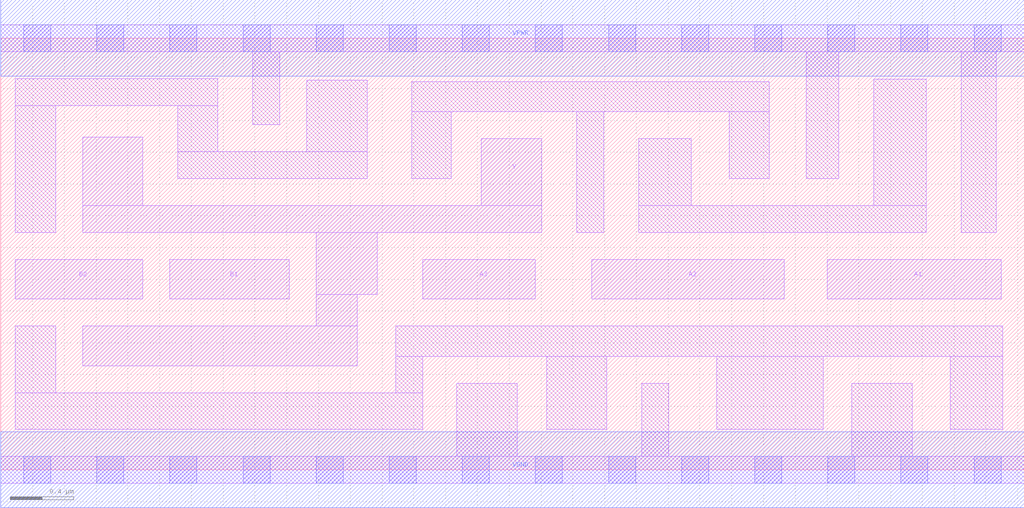
<source format=lef>
# Copyright 2020 The SkyWater PDK Authors
#
# Licensed under the Apache License, Version 2.0 (the "License");
# you may not use this file except in compliance with the License.
# You may obtain a copy of the License at
#
#     https://www.apache.org/licenses/LICENSE-2.0
#
# Unless required by applicable law or agreed to in writing, software
# distributed under the License is distributed on an "AS IS" BASIS,
# WITHOUT WARRANTIES OR CONDITIONS OF ANY KIND, either express or implied.
# See the License for the specific language governing permissions and
# limitations under the License.
#
# SPDX-License-Identifier: Apache-2.0

VERSION 5.7 ;
  NOWIREEXTENSIONATPIN ON ;
  DIVIDERCHAR "/" ;
  BUSBITCHARS "[]" ;
UNITS
  DATABASE MICRONS 200 ;
END UNITS
PROPERTYDEFINITIONS
  MACRO maskLayoutSubType STRING ;
  MACRO prCellType STRING ;
  MACRO originalViewName STRING ;
END PROPERTYDEFINITIONS
MACRO sky130_fd_sc_hdll__o32ai_2
  CLASS CORE ;
  FOREIGN sky130_fd_sc_hdll__o32ai_2 ;
  ORIGIN  0.000000  0.000000 ;
  SIZE  6.440000 BY  2.720000 ;
  SYMMETRY X Y R90 ;
  SITE unithd ;
  PIN A1
    ANTENNAGATEAREA  0.555000 ;
    DIRECTION INPUT ;
    USE SIGNAL ;
    PORT
      LAYER li1 ;
        RECT 5.200000 1.075000 6.295000 1.325000 ;
    END
  END A1
  PIN A2
    ANTENNAGATEAREA  0.555000 ;
    DIRECTION INPUT ;
    USE SIGNAL ;
    PORT
      LAYER li1 ;
        RECT 3.720000 1.075000 4.930000 1.325000 ;
    END
  END A2
  PIN A3
    ANTENNAGATEAREA  0.555000 ;
    DIRECTION INPUT ;
    USE SIGNAL ;
    PORT
      LAYER li1 ;
        RECT 2.655000 1.075000 3.365000 1.325000 ;
    END
  END A3
  PIN B1
    ANTENNAGATEAREA  0.555000 ;
    DIRECTION INPUT ;
    USE SIGNAL ;
    PORT
      LAYER li1 ;
        RECT 1.065000 1.075000 1.815000 1.325000 ;
    END
  END B1
  PIN B2
    ANTENNAGATEAREA  0.555000 ;
    DIRECTION INPUT ;
    USE SIGNAL ;
    PORT
      LAYER li1 ;
        RECT 0.090000 1.075000 0.895000 1.325000 ;
    END
  END B2
  PIN Y
    ANTENNADIFFAREA  1.061000 ;
    DIRECTION OUTPUT ;
    USE SIGNAL ;
    PORT
      LAYER li1 ;
        RECT 0.515000 0.655000 2.245000 0.905000 ;
        RECT 0.515000 1.495000 3.405000 1.665000 ;
        RECT 0.515000 1.665000 0.895000 2.095000 ;
        RECT 1.985000 0.905000 2.245000 1.105000 ;
        RECT 1.985000 1.105000 2.370000 1.495000 ;
        RECT 3.025000 1.665000 3.405000 2.085000 ;
    END
  END Y
  PIN VGND
    DIRECTION INOUT ;
    USE GROUND ;
    PORT
      LAYER met1 ;
        RECT 0.000000 -0.240000 6.440000 0.240000 ;
    END
  END VGND
  PIN VPWR
    DIRECTION INOUT ;
    USE POWER ;
    PORT
      LAYER met1 ;
        RECT 0.000000 2.480000 6.440000 2.960000 ;
    END
  END VPWR
  OBS
    LAYER li1 ;
      RECT 0.000000 -0.085000 6.440000 0.085000 ;
      RECT 0.000000  2.635000 6.440000 2.805000 ;
      RECT 0.090000  0.255000 2.655000 0.485000 ;
      RECT 0.090000  0.485000 0.345000 0.905000 ;
      RECT 0.090000  1.495000 0.345000 2.295000 ;
      RECT 0.090000  2.295000 1.365000 2.465000 ;
      RECT 1.115000  1.835000 2.305000 2.005000 ;
      RECT 1.115000  2.005000 1.365000 2.295000 ;
      RECT 1.585000  2.175000 1.755000 2.635000 ;
      RECT 1.925000  2.005000 2.305000 2.455000 ;
      RECT 2.485000  0.485000 2.655000 0.715000 ;
      RECT 2.485000  0.715000 6.305000 0.905000 ;
      RECT 2.585000  1.835000 2.835000 2.255000 ;
      RECT 2.585000  2.255000 4.835000 2.445000 ;
      RECT 2.870000  0.085000 3.250000 0.545000 ;
      RECT 3.435000  0.255000 3.815000 0.715000 ;
      RECT 3.625000  1.495000 3.795000 2.255000 ;
      RECT 4.015000  1.495000 5.825000 1.665000 ;
      RECT 4.015000  1.665000 4.345000 2.085000 ;
      RECT 4.035000  0.085000 4.205000 0.545000 ;
      RECT 4.505000  0.255000 5.175000 0.715000 ;
      RECT 4.585000  1.835000 4.835000 2.255000 ;
      RECT 5.070000  1.835000 5.275000 2.635000 ;
      RECT 5.355000  0.085000 5.735000 0.545000 ;
      RECT 5.495000  1.665000 5.825000 2.460000 ;
      RECT 5.975000  0.255000 6.305000 0.715000 ;
      RECT 6.045000  1.495000 6.265000 2.635000 ;
    LAYER mcon ;
      RECT 0.145000 -0.085000 0.315000 0.085000 ;
      RECT 0.145000  2.635000 0.315000 2.805000 ;
      RECT 0.605000 -0.085000 0.775000 0.085000 ;
      RECT 0.605000  2.635000 0.775000 2.805000 ;
      RECT 1.065000 -0.085000 1.235000 0.085000 ;
      RECT 1.065000  2.635000 1.235000 2.805000 ;
      RECT 1.525000 -0.085000 1.695000 0.085000 ;
      RECT 1.525000  2.635000 1.695000 2.805000 ;
      RECT 1.985000 -0.085000 2.155000 0.085000 ;
      RECT 1.985000  2.635000 2.155000 2.805000 ;
      RECT 2.445000 -0.085000 2.615000 0.085000 ;
      RECT 2.445000  2.635000 2.615000 2.805000 ;
      RECT 2.905000 -0.085000 3.075000 0.085000 ;
      RECT 2.905000  2.635000 3.075000 2.805000 ;
      RECT 3.365000 -0.085000 3.535000 0.085000 ;
      RECT 3.365000  2.635000 3.535000 2.805000 ;
      RECT 3.825000 -0.085000 3.995000 0.085000 ;
      RECT 3.825000  2.635000 3.995000 2.805000 ;
      RECT 4.285000 -0.085000 4.455000 0.085000 ;
      RECT 4.285000  2.635000 4.455000 2.805000 ;
      RECT 4.745000 -0.085000 4.915000 0.085000 ;
      RECT 4.745000  2.635000 4.915000 2.805000 ;
      RECT 5.205000 -0.085000 5.375000 0.085000 ;
      RECT 5.205000  2.635000 5.375000 2.805000 ;
      RECT 5.665000 -0.085000 5.835000 0.085000 ;
      RECT 5.665000  2.635000 5.835000 2.805000 ;
      RECT 6.125000 -0.085000 6.295000 0.085000 ;
      RECT 6.125000  2.635000 6.295000 2.805000 ;
  END
  PROPERTY maskLayoutSubType "abstract" ;
  PROPERTY prCellType "standard" ;
  PROPERTY originalViewName "layout" ;
END sky130_fd_sc_hdll__o32ai_2
END LIBRARY

</source>
